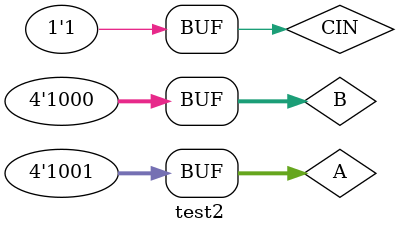
<source format=v>
`timescale 1ns / 1ps


module test2;
   wire [3:0]S;
   wire COUT;
   reg [3:0]A;
   reg [3:0]B;
   reg CIN;
   smux2 U0(.s(S), .cout(COUT), .a(A), .b(B), .cin(CIN));
   initial
   begin
       A = 0; B = 0; CIN = 0;
       #10 A = 4'd1; B = 4'd0;
       #10 A = 4'd3; B = 4'd2;
       #10 A = 4'd5; B = 4'd4;
       #10 A = 4'd7; B = 4'd6;
       #10 A = 4'd9; B = 4'd8;
       #10 A = 4'd1; B = 4'd0; CIN = 1;
       #10 A = 4'd3; B = 4'd2; CIN = 1;
       #10 A = 4'd5; B = 4'd4; CIN = 1;
       #10 A = 4'd7; B = 4'd6; CIN = 1;
       #10 A = 4'd9; B = 4'd8; CIN = 1;  
   end
endmodule


</source>
